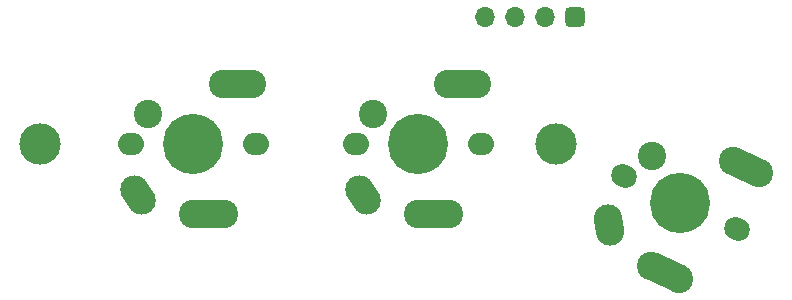
<source format=gts>
G04 #@! TF.GenerationSoftware,KiCad,Pcbnew,7.0.5*
G04 #@! TF.CreationDate,2023-08-03T23:07:55+08:00*
G04 #@! TF.ProjectId,LT,4c542e6b-6963-4616-945f-706362585858,rev?*
G04 #@! TF.SameCoordinates,Original*
G04 #@! TF.FileFunction,Soldermask,Top*
G04 #@! TF.FilePolarity,Negative*
%FSLAX46Y46*%
G04 Gerber Fmt 4.6, Leading zero omitted, Abs format (unit mm)*
G04 Created by KiCad (PCBNEW 7.0.5) date 2023-08-03 23:07:55*
%MOMM*%
%LPD*%
G01*
G04 APERTURE LIST*
G04 Aperture macros list*
%AMRoundRect*
0 Rectangle with rounded corners*
0 $1 Rounding radius*
0 $2 $3 $4 $5 $6 $7 $8 $9 X,Y pos of 4 corners*
0 Add a 4 corners polygon primitive as box body*
4,1,4,$2,$3,$4,$5,$6,$7,$8,$9,$2,$3,0*
0 Add four circle primitives for the rounded corners*
1,1,$1+$1,$2,$3*
1,1,$1+$1,$4,$5*
1,1,$1+$1,$6,$7*
1,1,$1+$1,$8,$9*
0 Add four rect primitives between the rounded corners*
20,1,$1+$1,$2,$3,$4,$5,0*
20,1,$1+$1,$4,$5,$6,$7,0*
20,1,$1+$1,$6,$7,$8,$9,0*
20,1,$1+$1,$8,$9,$2,$3,0*%
%AMHorizOval*
0 Thick line with rounded ends*
0 $1 width*
0 $2 $3 position (X,Y) of the first rounded end (center of the circle)*
0 $4 $5 position (X,Y) of the second rounded end (center of the circle)*
0 Add line between two ends*
20,1,$1,$2,$3,$4,$5,0*
0 Add two circle primitives to create the rounded ends*
1,1,$1,$2,$3*
1,1,$1,$4,$5*%
%AMOutline4P*
0 Free polygon, 4 corners , with rotation*
0 The origin of the aperture is its center*
0 number of corners: always 4*
0 $1 to $8 corner X, Y*
0 $9 Rotation angle, in degrees counterclockwise*
0 create outline with 4 corners*
4,1,4,$1,$2,$3,$4,$5,$6,$7,$8,$1,$2,$9*%
G04 Aperture macros list end*
%ADD10RoundRect,0.425000X-0.425000X0.425000X-0.425000X-0.425000X0.425000X-0.425000X0.425000X0.425000X0*%
%ADD11O,1.700000X1.700000*%
%ADD12C,3.500000*%
%ADD13HorizOval,1.900000X0.135946X-0.063393X-0.135946X0.063393X0*%
%ADD14C,5.100000*%
%ADD15HorizOval,2.400000X-0.083193X0.543672X0.083193X-0.543672X0*%
%ADD16C,2.400000*%
%ADD17Outline4P,-1.300000X-1.200000X1.300000X-1.200000X1.300000X1.200000X-1.300000X1.200000X335.000000*%
%ADD18Outline4P,-1.200000X-1.200000X1.200000X-1.200000X1.200000X1.200000X-1.200000X1.200000X335.000000*%
%ADD19O,2.200000X1.900000*%
%ADD20HorizOval,2.400000X-0.305164X0.457575X0.305164X-0.457575X0*%
%ADD21Outline4P,-1.300000X-1.200000X1.300000X-1.200000X1.300000X1.200000X-1.300000X1.200000X0.000000*%
%ADD22Outline4P,-1.200000X-1.200000X1.200000X-1.200000X1.200000X1.200000X-1.200000X1.200000X0.000000*%
G04 APERTURE END LIST*
D10*
X226490000Y-90650000D03*
D11*
X223950000Y-90650000D03*
X221410000Y-90650000D03*
X218870000Y-90650000D03*
D12*
X181115000Y-101450000D03*
D13*
X230569543Y-104128021D03*
D14*
X235372974Y-106367898D03*
D13*
X240176405Y-108607775D03*
D15*
X229317200Y-108233400D03*
D16*
X232993392Y-102455701D03*
X232879526Y-111715114D03*
D17*
X234057726Y-112264518D03*
D16*
X239830349Y-102819179D03*
X235235927Y-112813921D03*
D18*
X240945107Y-103338999D03*
D16*
X242059866Y-103858820D03*
D12*
X224820000Y-101450000D03*
D19*
X188840000Y-101450000D03*
D14*
X194140000Y-101450000D03*
D19*
X199440000Y-101450000D03*
D20*
X189440000Y-105700000D03*
D16*
X190330000Y-98910000D03*
X194140000Y-107350000D03*
D21*
X195440000Y-107350000D03*
D16*
X196680000Y-96350000D03*
X196740000Y-107350000D03*
D22*
X197910000Y-96350000D03*
D16*
X199140000Y-96350000D03*
D19*
X207890000Y-101450000D03*
D14*
X213190000Y-101450000D03*
D19*
X218490000Y-101450000D03*
D20*
X208490000Y-105700000D03*
D16*
X209380000Y-98910000D03*
X213190000Y-107350000D03*
D21*
X214490000Y-107350000D03*
D16*
X215730000Y-96350000D03*
X215790000Y-107350000D03*
D22*
X216960000Y-96350000D03*
D16*
X218190000Y-96350000D03*
M02*

</source>
